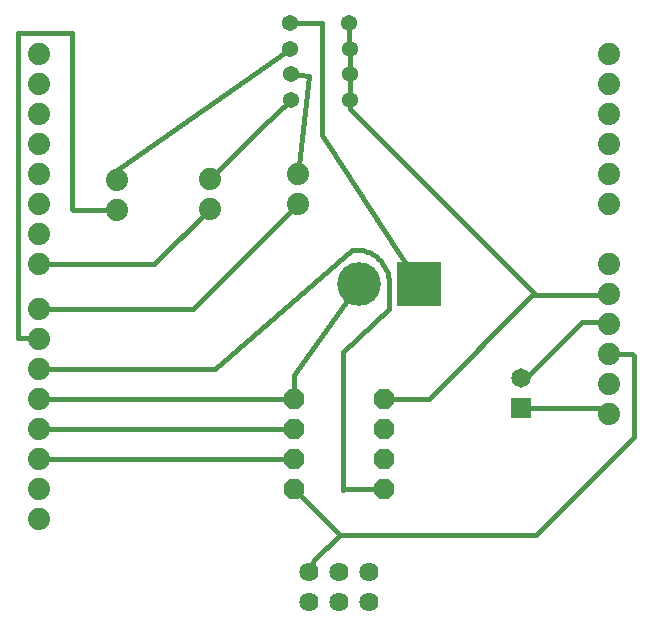
<source format=gbl>
G75*
G70*
%OFA0B0*%
%FSLAX24Y24*%
%IPPOS*%
%LPD*%
%AMOC8*
5,1,8,0,0,1.08239X$1,22.5*
%
%ADD10C,0.0740*%
%ADD11OC8,0.0680*%
%ADD12R,0.0650X0.0650*%
%ADD13C,0.0650*%
%ADD14C,0.0540*%
%ADD15C,0.1457*%
%ADD16R,0.1457X0.1457*%
%ADD17C,0.0640*%
%ADD18C,0.0160*%
D10*
X001509Y012260D03*
X001509Y013260D03*
X001509Y014260D03*
X001509Y015260D03*
X001509Y016260D03*
X001509Y017260D03*
X001509Y018260D03*
X001509Y019260D03*
X001509Y020760D03*
X001509Y021760D03*
X001509Y022760D03*
X001509Y023760D03*
X001509Y024760D03*
X001509Y025760D03*
X001509Y026760D03*
X001509Y027760D03*
X004104Y023571D03*
X004104Y022571D03*
X007200Y022618D03*
X007200Y023618D03*
X010138Y023785D03*
X010138Y022785D03*
X020509Y022760D03*
X020509Y023760D03*
X020509Y024760D03*
X020509Y025760D03*
X020509Y026760D03*
X020509Y027760D03*
X020509Y020760D03*
X020509Y019760D03*
X020509Y018760D03*
X020509Y017760D03*
X020509Y016760D03*
X020509Y015760D03*
D11*
X013009Y015274D03*
X013009Y014274D03*
X013009Y013274D03*
X013009Y016274D03*
X010009Y016274D03*
X010009Y015274D03*
X010009Y014274D03*
X010009Y013274D03*
D12*
X017548Y015964D03*
D13*
X017548Y016964D03*
D14*
X011851Y026248D03*
X011847Y027111D03*
X011843Y027952D03*
X011824Y028793D03*
X009856Y028793D03*
X009874Y027952D03*
X009879Y027111D03*
X009883Y026248D03*
D15*
X012155Y020093D03*
D16*
X014155Y020093D03*
D17*
X012496Y010488D03*
X012496Y009488D03*
X011496Y009488D03*
X011496Y010488D03*
X010496Y010488D03*
X010496Y009488D03*
D18*
X010496Y010488D02*
X010675Y010888D01*
X011535Y011749D01*
X010009Y013274D01*
X009994Y014260D02*
X010009Y014274D01*
X009994Y014260D02*
X001509Y014260D01*
X001509Y015260D02*
X009994Y015260D01*
X010009Y015274D01*
X010009Y016274D02*
X001523Y016274D01*
X001509Y016260D01*
X001509Y017260D02*
X007372Y017260D01*
X011920Y021246D01*
X011921Y021246D02*
X011985Y021251D01*
X012049Y021253D01*
X012114Y021251D01*
X012178Y021245D01*
X012242Y021236D01*
X012305Y021223D01*
X012367Y021206D01*
X012428Y021186D01*
X012488Y021162D01*
X012547Y021134D01*
X012603Y021104D01*
X012658Y021070D01*
X012711Y021033D01*
X012761Y020993D01*
X012809Y020950D01*
X012855Y020904D01*
X012898Y020856D01*
X012938Y020805D01*
X012975Y020753D01*
X013008Y020698D01*
X013039Y020641D01*
X013066Y020583D01*
X013090Y020523D01*
X013110Y020461D01*
X013126Y020399D01*
X013139Y020336D01*
X013149Y020272D01*
X013149Y019280D01*
X011618Y017827D01*
X011618Y013235D01*
X011657Y013274D01*
X013009Y013274D01*
X011535Y011749D02*
X018055Y011749D01*
X021314Y015008D01*
X021314Y017713D01*
X021267Y017760D01*
X020509Y017760D01*
X020509Y018760D02*
X020445Y018824D01*
X019576Y018824D01*
X017716Y016964D01*
X017548Y016964D01*
X017548Y015964D02*
X020305Y015964D01*
X020509Y015760D01*
X020480Y019731D02*
X018068Y019731D01*
X011851Y025948D01*
X011851Y026248D01*
X011847Y026252D01*
X011847Y027111D01*
X011843Y027952D01*
X011824Y027971D01*
X011824Y028793D01*
X010927Y028817D02*
X010914Y025087D01*
X014155Y020093D01*
X012155Y020093D02*
X010009Y017057D01*
X010009Y016274D01*
X013009Y016274D02*
X014477Y016274D01*
X017933Y019731D01*
X018068Y019731D01*
X020480Y019731D02*
X020509Y019760D01*
X010927Y028817D02*
X009856Y028793D01*
X009874Y027952D02*
X004104Y023888D01*
X004104Y023571D01*
X004104Y022571D02*
X002610Y022571D01*
X002610Y022589D01*
X002586Y022589D01*
X002586Y028468D01*
X000790Y028468D01*
X000790Y018289D01*
X001509Y018289D01*
X001509Y018260D01*
X001509Y019260D02*
X006613Y019260D01*
X010138Y022785D01*
X010138Y023785D02*
X010483Y027050D01*
X009879Y027111D01*
X009883Y026248D02*
X008925Y025343D01*
X007200Y023618D01*
X007200Y022618D02*
X005342Y020760D01*
X001509Y020760D01*
M02*

</source>
